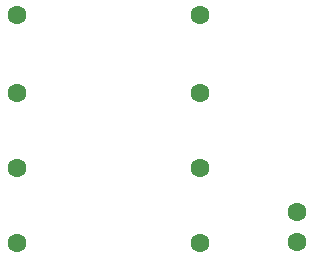
<source format=gtl>
G04 Layer: TopLayer*
G04 EasyEDA v6.5.46, 2025-03-27 13:21:17*
G04 704521dcdfe345978b60cab35befc636,6aa7a9a2d1144d06b9832bf800529d21,10*
G04 Gerber Generator version 0.2*
G04 Scale: 100 percent, Rotated: No, Reflected: No *
G04 Dimensions in millimeters *
G04 leading zeros omitted , absolute positions ,4 integer and 5 decimal *
%FSLAX45Y45*%
%MOMM*%

%ADD10C,1.6000*%

%LPD*%
D10*
G01*
X1079195Y2209800D03*
G01*
X2629204Y2209800D03*
G01*
X1079195Y1549400D03*
G01*
X2629204Y1549400D03*
G01*
X1079195Y914400D03*
G01*
X2629204Y914400D03*
G01*
X1079195Y279400D03*
G01*
X2629204Y279400D03*
G01*
X3454400Y546100D03*
G01*
X3454400Y292100D03*
M02*

</source>
